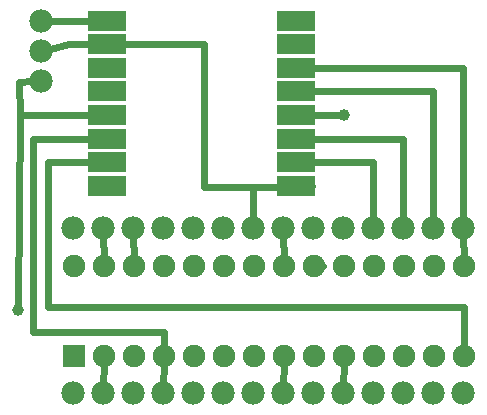
<source format=gtl>
G04 MADE WITH FRITZING*
G04 WWW.FRITZING.ORG*
G04 DOUBLE SIDED*
G04 HOLES PLATED*
G04 CONTOUR ON CENTER OF CONTOUR VECTOR*
%ASAXBY*%
%FSLAX23Y23*%
%MOIN*%
%OFA0B0*%
%SFA1.0B1.0*%
%ADD10C,0.078000*%
%ADD11C,0.039370*%
%ADD12C,0.075000*%
%ADD13R,0.130110X0.067118*%
%ADD14R,0.075000X0.075000*%
%ADD15C,0.024000*%
%ADD16R,0.001000X0.001000*%
%LNCOPPER1*%
G90*
G70*
G54D10*
X129Y1312D03*
X129Y1212D03*
X129Y1112D03*
G54D11*
X1137Y1001D03*
X50Y350D03*
G54D12*
X238Y197D03*
X238Y497D03*
X338Y197D03*
X338Y497D03*
X438Y197D03*
X438Y497D03*
X538Y197D03*
X538Y497D03*
X638Y197D03*
X638Y497D03*
X738Y197D03*
X738Y497D03*
X838Y197D03*
X838Y497D03*
X938Y197D03*
X938Y497D03*
X1038Y197D03*
X1038Y497D03*
X1138Y197D03*
X1138Y497D03*
X1238Y197D03*
X1238Y497D03*
X1338Y197D03*
X1338Y497D03*
X1438Y197D03*
X1438Y497D03*
X1538Y197D03*
X1538Y497D03*
G54D10*
X235Y622D03*
X335Y622D03*
X435Y622D03*
X535Y622D03*
X635Y622D03*
X735Y622D03*
X835Y622D03*
X935Y622D03*
X1035Y622D03*
X1135Y622D03*
X1235Y622D03*
X1335Y622D03*
X1435Y622D03*
X1535Y622D03*
X235Y72D03*
X335Y72D03*
X435Y72D03*
X535Y72D03*
X635Y72D03*
X735Y72D03*
X835Y72D03*
X935Y72D03*
X1035Y72D03*
X1135Y72D03*
X1235Y72D03*
X1335Y72D03*
X1435Y72D03*
X1535Y72D03*
G54D13*
X347Y1236D03*
X347Y1315D03*
X347Y1158D03*
X347Y1079D03*
X347Y1000D03*
X347Y921D03*
X347Y843D03*
X347Y764D03*
X977Y1236D03*
X977Y1315D03*
X977Y1158D03*
X977Y1079D03*
X977Y1000D03*
X977Y921D03*
X977Y843D03*
X977Y764D03*
G54D14*
X238Y197D03*
G54D15*
X338Y168D02*
X336Y102D01*
D02*
X55Y1111D02*
X99Y1112D01*
D02*
X57Y1000D02*
X55Y1111D01*
D02*
X159Y1313D02*
X348Y1315D01*
D02*
X222Y1236D02*
X348Y1236D01*
D02*
X158Y1220D02*
X222Y1236D01*
D02*
X102Y921D02*
X348Y921D01*
D02*
X102Y276D02*
X102Y921D01*
D02*
X538Y276D02*
X102Y276D01*
D02*
X538Y226D02*
X538Y276D01*
D02*
X57Y1000D02*
X51Y369D01*
D02*
X1535Y1158D02*
X1535Y652D01*
D02*
X977Y1158D02*
X1535Y1158D01*
D02*
X1435Y1079D02*
X977Y1079D01*
D02*
X1435Y652D02*
X1435Y1079D01*
D02*
X348Y1000D02*
X57Y1000D01*
D02*
X834Y759D02*
X835Y652D01*
D02*
X1031Y764D02*
X834Y759D01*
D02*
X1235Y843D02*
X1235Y652D01*
D02*
X977Y843D02*
X1235Y843D01*
D02*
X1335Y921D02*
X1335Y652D01*
D02*
X977Y921D02*
X1335Y921D01*
D02*
X977Y1000D02*
X1118Y1001D01*
D02*
X673Y759D02*
X673Y1236D01*
D02*
X673Y1236D02*
X401Y1236D01*
D02*
X834Y759D02*
X673Y759D01*
D02*
X1538Y359D02*
X1538Y226D01*
D02*
X150Y359D02*
X1538Y359D01*
D02*
X150Y843D02*
X150Y359D01*
D02*
X348Y843D02*
X150Y843D01*
D02*
X1538Y526D02*
X1536Y592D01*
D02*
X336Y592D02*
X338Y526D01*
D02*
X436Y592D02*
X438Y526D01*
D02*
X536Y102D02*
X538Y168D01*
D02*
X1138Y168D02*
X1136Y102D01*
D02*
X1067Y497D02*
X1030Y497D01*
D02*
X936Y592D02*
X938Y526D01*
D02*
X938Y168D02*
X936Y102D01*
G54D16*
D02*
G04 End of Copper1*
M02*
</source>
